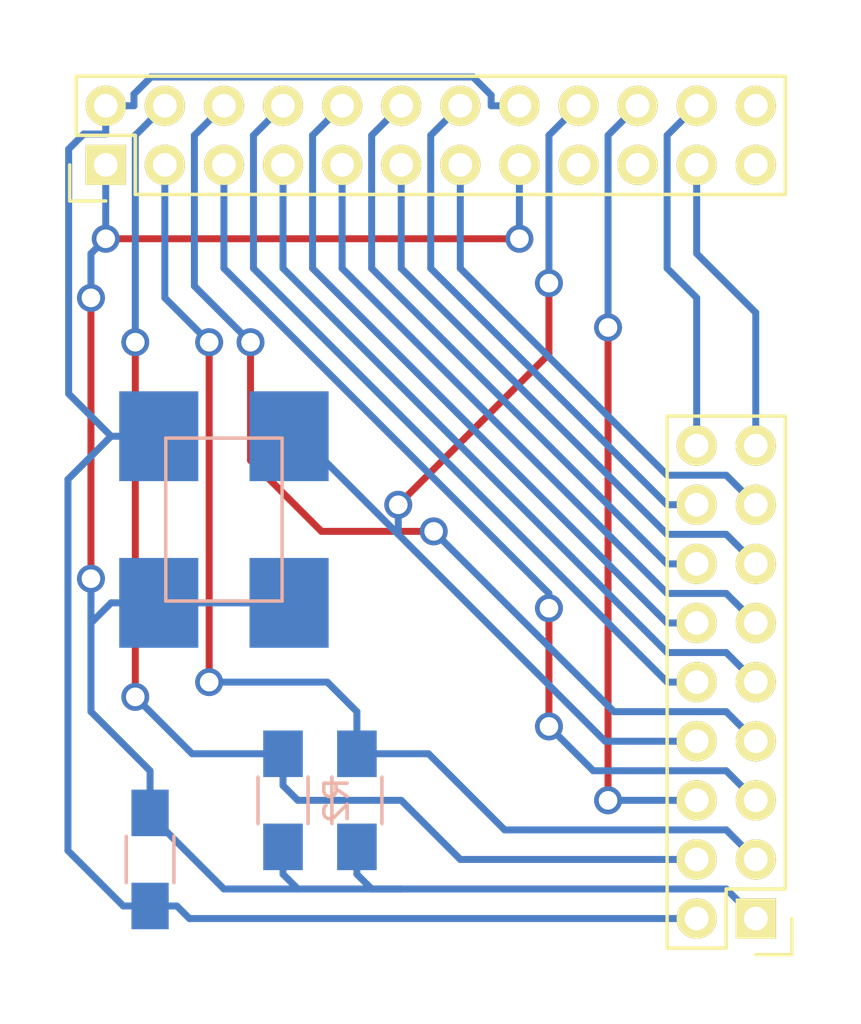
<source format=kicad_pcb>
(kicad_pcb (version 20171130) (host pcbnew "(5.1.12)-1")

  (general
    (thickness 1.6)
    (drawings 4)
    (tracks 156)
    (zones 0)
    (modules 6)
    (nets 23)
  )

  (page A4)
  (layers
    (0 F.Cu signal)
    (31 B.Cu signal)
    (32 B.Adhes user)
    (33 F.Adhes user hide)
    (34 B.Paste user)
    (35 F.Paste user)
    (36 B.SilkS user)
    (37 F.SilkS user)
    (38 B.Mask user)
    (39 F.Mask user)
    (40 Dwgs.User user)
    (41 Cmts.User user)
    (42 Eco1.User user)
    (43 Eco2.User user)
    (44 Edge.Cuts user)
    (45 Margin user)
    (46 B.CrtYd user)
    (47 F.CrtYd user)
    (48 B.Fab user)
    (49 F.Fab user)
  )

  (setup
    (last_trace_width 0.3)
    (trace_clearance 0.2)
    (zone_clearance 0.508)
    (zone_45_only no)
    (trace_min 0.2)
    (via_size 1.2)
    (via_drill 0.8)
    (via_min_size 0.8)
    (via_min_drill 0.7)
    (uvia_size 0.3)
    (uvia_drill 0.1)
    (uvias_allowed no)
    (uvia_min_size 0.2)
    (uvia_min_drill 0.1)
    (edge_width 0.1)
    (segment_width 0.2)
    (pcb_text_width 0.3)
    (pcb_text_size 1.5 1.5)
    (mod_edge_width 0.15)
    (mod_text_size 1 1)
    (mod_text_width 0.15)
    (pad_size 1.5 1.5)
    (pad_drill 0.6)
    (pad_to_mask_clearance 0)
    (aux_axis_origin 0 0)
    (visible_elements 7FFFFFFF)
    (pcbplotparams
      (layerselection 0x00130_80000001)
      (usegerberextensions false)
      (usegerberattributes true)
      (usegerberadvancedattributes true)
      (creategerberjobfile true)
      (excludeedgelayer true)
      (linewidth 0.100000)
      (plotframeref false)
      (viasonmask false)
      (mode 1)
      (useauxorigin false)
      (hpglpennumber 1)
      (hpglpenspeed 20)
      (hpglpendiameter 15.000000)
      (psnegative false)
      (psa4output false)
      (plotreference true)
      (plotvalue true)
      (plotinvisibletext false)
      (padsonsilk false)
      (subtractmaskfromsilk false)
      (outputformat 1)
      (mirror false)
      (drillshape 0)
      (scaleselection 1)
      (outputdirectory "Gerbers/"))
  )

  (net 0 "")
  (net 1 +3V3)
  (net 2 GND)
  (net 3 /SIOC)
  (net 4 /SIOD)
  (net 5 /VSync)
  (net 6 /PCLK)
  (net 7 /D7)
  (net 8 /D6)
  (net 9 /D5)
  (net 10 /D4)
  (net 11 /D3)
  (net 12 /D2)
  (net 13 /D1)
  (net 14 /D0)
  (net 15 "Net-(P1-Pad17)")
  (net 16 /XCLK)
  (net 17 "Net-(P1-Pad19)")
  (net 18 /Href)
  (net 19 /RESET)
  (net 20 /PWDN)
  (net 21 "Net-(P1-Pad23)")
  (net 22 "Net-(P1-Pad24)")

  (net_class Default "This is the default net class."
    (clearance 0.2)
    (trace_width 0.3)
    (via_dia 1.2)
    (via_drill 0.8)
    (uvia_dia 0.3)
    (uvia_drill 0.1)
    (add_net +3V3)
    (add_net /D0)
    (add_net /D1)
    (add_net /D2)
    (add_net /D3)
    (add_net /D4)
    (add_net /D5)
    (add_net /D6)
    (add_net /D7)
    (add_net /Href)
    (add_net /PCLK)
    (add_net /PWDN)
    (add_net /RESET)
    (add_net /SIOC)
    (add_net /SIOD)
    (add_net /VSync)
    (add_net /XCLK)
    (add_net GND)
    (add_net "Net-(P1-Pad17)")
    (add_net "Net-(P1-Pad19)")
    (add_net "Net-(P1-Pad23)")
    (add_net "Net-(P1-Pad24)")
  )

  (module Capacitors_SMD:C_1206_HandSoldering (layer B.Cu) (tedit 55C9E34A) (tstamp 55C9C638)
    (at 83.82 111.125 270)
    (descr "Capacitor SMD 1206, hand soldering")
    (tags "capacitor 1206")
    (path /55C45D20)
    (attr smd)
    (fp_text reference C1 (at 0 2.3 270) (layer B.SilkS) hide
      (effects (font (size 1 1) (thickness 0.15)) (justify mirror))
    )
    (fp_text value 1uF (at 0 -2.3 270) (layer B.Fab)
      (effects (font (size 1 1) (thickness 0.15)) (justify mirror))
    )
    (fp_line (start -1 -1.025) (end 1 -1.025) (layer B.SilkS) (width 0.15))
    (fp_line (start 1 1.025) (end -1 1.025) (layer B.SilkS) (width 0.15))
    (fp_line (start 3.3 1.15) (end 3.3 -1.15) (layer B.CrtYd) (width 0.05))
    (fp_line (start -3.3 1.15) (end -3.3 -1.15) (layer B.CrtYd) (width 0.05))
    (fp_line (start -3.3 -1.15) (end 3.3 -1.15) (layer B.CrtYd) (width 0.05))
    (fp_line (start -3.3 1.15) (end 3.3 1.15) (layer B.CrtYd) (width 0.05))
    (pad 1 smd rect (at -2 0 270) (size 2 1.6) (layers B.Cu B.Paste B.Mask)
      (net 1 +3V3))
    (pad 2 smd rect (at 2 0 270) (size 2 1.6) (layers B.Cu B.Paste B.Mask)
      (net 2 GND))
    (model Capacitors_SMD.3dshapes/C_1206_HandSoldering.wrl
      (at (xyz 0 0 0))
      (scale (xyz 1 1 1))
      (rotate (xyz 0 0 0))
    )
  )

  (module Pin_Headers:Pin_Header_Straight_2x12 (layer F.Cu) (tedit 55C9E33C) (tstamp 55C9C654)
    (at 81.915 81.28 90)
    (descr "Through hole pin header")
    (tags "pin header")
    (path /5583E006)
    (fp_text reference P1 (at 0 -5.1 90) (layer F.SilkS) hide
      (effects (font (size 1 1) (thickness 0.15)))
    )
    (fp_text value CONN_02X12 (at 0 -3.175 90) (layer F.Fab) hide
      (effects (font (size 1 1) (thickness 0.15)))
    )
    (fp_line (start -1.55 -1.55) (end -1.55 0) (layer F.SilkS) (width 0.15))
    (fp_line (start 1.27 1.27) (end -1.27 1.27) (layer F.SilkS) (width 0.15))
    (fp_line (start 1.27 -1.27) (end 1.27 1.27) (layer F.SilkS) (width 0.15))
    (fp_line (start 0 -1.55) (end -1.55 -1.55) (layer F.SilkS) (width 0.15))
    (fp_line (start 3.81 -1.27) (end 1.27 -1.27) (layer F.SilkS) (width 0.15))
    (fp_line (start 3.81 29.21) (end -1.27 29.21) (layer F.SilkS) (width 0.15))
    (fp_line (start -1.27 1.27) (end -1.27 29.21) (layer F.SilkS) (width 0.15))
    (fp_line (start 3.81 29.21) (end 3.81 -1.27) (layer F.SilkS) (width 0.15))
    (fp_line (start -1.75 29.7) (end 4.3 29.7) (layer F.CrtYd) (width 0.05))
    (fp_line (start -1.75 -1.75) (end 4.3 -1.75) (layer F.CrtYd) (width 0.05))
    (fp_line (start 4.3 -1.75) (end 4.3 29.7) (layer F.CrtYd) (width 0.05))
    (fp_line (start -1.75 -1.75) (end -1.75 29.7) (layer F.CrtYd) (width 0.05))
    (pad 1 thru_hole rect (at 0 0 90) (size 1.7272 1.7272) (drill 1.016) (layers *.Cu *.Mask F.SilkS)
      (net 1 +3V3))
    (pad 2 thru_hole oval (at 2.54 0 90) (size 1.7272 1.7272) (drill 1.016) (layers *.Cu *.Mask F.SilkS)
      (net 2 GND))
    (pad 3 thru_hole oval (at 0 2.54 90) (size 1.7272 1.7272) (drill 1.016) (layers *.Cu *.Mask F.SilkS)
      (net 3 /SIOC))
    (pad 4 thru_hole oval (at 2.54 2.54 90) (size 1.7272 1.7272) (drill 1.016) (layers *.Cu *.Mask F.SilkS)
      (net 4 /SIOD))
    (pad 5 thru_hole oval (at 0 5.08 90) (size 1.7272 1.7272) (drill 1.016) (layers *.Cu *.Mask F.SilkS)
      (net 5 /VSync))
    (pad 6 thru_hole oval (at 2.54 5.08 90) (size 1.7272 1.7272) (drill 1.016) (layers *.Cu *.Mask F.SilkS)
      (net 6 /PCLK))
    (pad 7 thru_hole oval (at 0 7.62 90) (size 1.7272 1.7272) (drill 1.016) (layers *.Cu *.Mask F.SilkS)
      (net 7 /D7))
    (pad 8 thru_hole oval (at 2.54 7.62 90) (size 1.7272 1.7272) (drill 1.016) (layers *.Cu *.Mask F.SilkS)
      (net 8 /D6))
    (pad 9 thru_hole oval (at 0 10.16 90) (size 1.7272 1.7272) (drill 1.016) (layers *.Cu *.Mask F.SilkS)
      (net 9 /D5))
    (pad 10 thru_hole oval (at 2.54 10.16 90) (size 1.7272 1.7272) (drill 1.016) (layers *.Cu *.Mask F.SilkS)
      (net 10 /D4))
    (pad 11 thru_hole oval (at 0 12.7 90) (size 1.7272 1.7272) (drill 1.016) (layers *.Cu *.Mask F.SilkS)
      (net 11 /D3))
    (pad 12 thru_hole oval (at 2.54 12.7 90) (size 1.7272 1.7272) (drill 1.016) (layers *.Cu *.Mask F.SilkS)
      (net 12 /D2))
    (pad 13 thru_hole oval (at 0 15.24 90) (size 1.7272 1.7272) (drill 1.016) (layers *.Cu *.Mask F.SilkS)
      (net 13 /D1))
    (pad 14 thru_hole oval (at 2.54 15.24 90) (size 1.7272 1.7272) (drill 1.016) (layers *.Cu *.Mask F.SilkS)
      (net 14 /D0))
    (pad 15 thru_hole oval (at 0 17.78 90) (size 1.7272 1.7272) (drill 1.016) (layers *.Cu *.Mask F.SilkS)
      (net 1 +3V3))
    (pad 16 thru_hole oval (at 2.54 17.78 90) (size 1.7272 1.7272) (drill 1.016) (layers *.Cu *.Mask F.SilkS)
      (net 2 GND))
    (pad 17 thru_hole oval (at 0 20.32 90) (size 1.7272 1.7272) (drill 1.016) (layers *.Cu *.Mask F.SilkS)
      (net 15 "Net-(P1-Pad17)"))
    (pad 18 thru_hole oval (at 2.54 20.32 90) (size 1.7272 1.7272) (drill 1.016) (layers *.Cu *.Mask F.SilkS)
      (net 16 /XCLK))
    (pad 19 thru_hole oval (at 0 22.86 90) (size 1.7272 1.7272) (drill 1.016) (layers *.Cu *.Mask F.SilkS)
      (net 17 "Net-(P1-Pad19)"))
    (pad 20 thru_hole oval (at 2.54 22.86 90) (size 1.7272 1.7272) (drill 1.016) (layers *.Cu *.Mask F.SilkS)
      (net 18 /Href))
    (pad 21 thru_hole oval (at 0 25.4 90) (size 1.7272 1.7272) (drill 1.016) (layers *.Cu *.Mask F.SilkS)
      (net 19 /RESET))
    (pad 22 thru_hole oval (at 2.54 25.4 90) (size 1.7272 1.7272) (drill 1.016) (layers *.Cu *.Mask F.SilkS)
      (net 20 /PWDN))
    (pad 23 thru_hole oval (at 0 27.94 90) (size 1.7272 1.7272) (drill 1.016) (layers *.Cu *.Mask F.SilkS)
      (net 21 "Net-(P1-Pad23)"))
    (pad 24 thru_hole oval (at 2.54 27.94 90) (size 1.7272 1.7272) (drill 1.016) (layers *.Cu *.Mask F.SilkS)
      (net 22 "Net-(P1-Pad24)"))
    (model Pin_Headers.3dshapes/Pin_Header_Straight_2x12.wrl
      (offset (xyz 1.269999980926514 -13.96999979019165 0))
      (scale (xyz 1 1 1))
      (rotate (xyz 0 0 90))
    )
  )

  (module Pin_Headers:Pin_Header_Straight_2x09 (layer F.Cu) (tedit 55C9E343) (tstamp 55C9C66A)
    (at 109.855 113.665 180)
    (descr "Through hole pin header")
    (tags "pin header")
    (path /5583E070)
    (fp_text reference P2 (at 0 -5.1 180) (layer F.SilkS) hide
      (effects (font (size 1 1) (thickness 0.15)))
    )
    (fp_text value CONN_02X09 (at 0 -3.1 180) (layer F.Fab) hide
      (effects (font (size 1 1) (thickness 0.15)))
    )
    (fp_line (start -1.55 -1.55) (end -1.55 0) (layer F.SilkS) (width 0.15))
    (fp_line (start 1.27 1.27) (end -1.27 1.27) (layer F.SilkS) (width 0.15))
    (fp_line (start 1.27 -1.27) (end 1.27 1.27) (layer F.SilkS) (width 0.15))
    (fp_line (start 0 -1.55) (end -1.55 -1.55) (layer F.SilkS) (width 0.15))
    (fp_line (start 3.81 -1.27) (end 1.27 -1.27) (layer F.SilkS) (width 0.15))
    (fp_line (start 3.81 21.59) (end -1.27 21.59) (layer F.SilkS) (width 0.15))
    (fp_line (start -1.27 1.27) (end -1.27 21.59) (layer F.SilkS) (width 0.15))
    (fp_line (start 3.81 21.59) (end 3.81 -1.27) (layer F.SilkS) (width 0.15))
    (fp_line (start -1.75 22.1) (end 4.3 22.1) (layer F.CrtYd) (width 0.05))
    (fp_line (start -1.75 -1.75) (end 4.3 -1.75) (layer F.CrtYd) (width 0.05))
    (fp_line (start 4.3 -1.75) (end 4.3 22.1) (layer F.CrtYd) (width 0.05))
    (fp_line (start -1.75 -1.75) (end -1.75 22.1) (layer F.CrtYd) (width 0.05))
    (pad 1 thru_hole rect (at 0 0 180) (size 1.7272 1.7272) (drill 1.016) (layers *.Cu *.Mask F.SilkS)
      (net 1 +3V3))
    (pad 2 thru_hole oval (at 2.54 0 180) (size 1.7272 1.7272) (drill 1.016) (layers *.Cu *.Mask F.SilkS)
      (net 2 GND))
    (pad 3 thru_hole oval (at 0 2.54 180) (size 1.7272 1.7272) (drill 1.016) (layers *.Cu *.Mask F.SilkS)
      (net 3 /SIOC))
    (pad 4 thru_hole oval (at 2.54 2.54 180) (size 1.7272 1.7272) (drill 1.016) (layers *.Cu *.Mask F.SilkS)
      (net 4 /SIOD))
    (pad 5 thru_hole oval (at 0 5.08 180) (size 1.7272 1.7272) (drill 1.016) (layers *.Cu *.Mask F.SilkS)
      (net 5 /VSync))
    (pad 6 thru_hole oval (at 2.54 5.08 180) (size 1.7272 1.7272) (drill 1.016) (layers *.Cu *.Mask F.SilkS)
      (net 18 /Href))
    (pad 7 thru_hole oval (at 0 7.62 180) (size 1.7272 1.7272) (drill 1.016) (layers *.Cu *.Mask F.SilkS)
      (net 6 /PCLK))
    (pad 8 thru_hole oval (at 2.54 7.62 180) (size 1.7272 1.7272) (drill 1.016) (layers *.Cu *.Mask F.SilkS)
      (net 16 /XCLK))
    (pad 9 thru_hole oval (at 0 10.16 180) (size 1.7272 1.7272) (drill 1.016) (layers *.Cu *.Mask F.SilkS)
      (net 7 /D7))
    (pad 10 thru_hole oval (at 2.54 10.16 180) (size 1.7272 1.7272) (drill 1.016) (layers *.Cu *.Mask F.SilkS)
      (net 8 /D6))
    (pad 11 thru_hole oval (at 0 12.7 180) (size 1.7272 1.7272) (drill 1.016) (layers *.Cu *.Mask F.SilkS)
      (net 9 /D5))
    (pad 12 thru_hole oval (at 2.54 12.7 180) (size 1.7272 1.7272) (drill 1.016) (layers *.Cu *.Mask F.SilkS)
      (net 10 /D4))
    (pad 13 thru_hole oval (at 0 15.24 180) (size 1.7272 1.7272) (drill 1.016) (layers *.Cu *.Mask F.SilkS)
      (net 11 /D3))
    (pad 14 thru_hole oval (at 2.54 15.24 180) (size 1.7272 1.7272) (drill 1.016) (layers *.Cu *.Mask F.SilkS)
      (net 12 /D2))
    (pad 15 thru_hole oval (at 0 17.78 180) (size 1.7272 1.7272) (drill 1.016) (layers *.Cu *.Mask F.SilkS)
      (net 13 /D1))
    (pad 16 thru_hole oval (at 2.54 17.78 180) (size 1.7272 1.7272) (drill 1.016) (layers *.Cu *.Mask F.SilkS)
      (net 14 /D0))
    (pad 17 thru_hole oval (at 0 20.32 180) (size 1.7272 1.7272) (drill 1.016) (layers *.Cu *.Mask F.SilkS)
      (net 19 /RESET))
    (pad 18 thru_hole oval (at 2.54 20.32 180) (size 1.7272 1.7272) (drill 1.016) (layers *.Cu *.Mask F.SilkS)
      (net 20 /PWDN))
    (model Pin_Headers.3dshapes/Pin_Header_Straight_2x09.wrl
      (offset (xyz 1.269999980926514 -10.15999984741211 0))
      (scale (xyz 1 1 1))
      (rotate (xyz 0 0 90))
    )
  )

  (module Resistors_SMD:R_1206_HandSoldering (layer B.Cu) (tedit 55C9E345) (tstamp 55C9C670)
    (at 92.71 108.585 90)
    (descr "Resistor SMD 1206, hand soldering")
    (tags "resistor 1206")
    (path /55C45043)
    (attr smd)
    (fp_text reference R1 (at 0 2.3 90) (layer B.SilkS) hide
      (effects (font (size 1 1) (thickness 0.15)) (justify mirror))
    )
    (fp_text value 4.7k (at 0 -2.3 90) (layer B.Fab)
      (effects (font (size 1 1) (thickness 0.15)) (justify mirror))
    )
    (fp_line (start -1 1.075) (end 1 1.075) (layer B.SilkS) (width 0.15))
    (fp_line (start 1 -1.075) (end -1 -1.075) (layer B.SilkS) (width 0.15))
    (fp_line (start 3.3 1.2) (end 3.3 -1.2) (layer B.CrtYd) (width 0.05))
    (fp_line (start -3.3 1.2) (end -3.3 -1.2) (layer B.CrtYd) (width 0.05))
    (fp_line (start -3.3 -1.2) (end 3.3 -1.2) (layer B.CrtYd) (width 0.05))
    (fp_line (start -3.3 1.2) (end 3.3 1.2) (layer B.CrtYd) (width 0.05))
    (pad 1 smd rect (at -2 0 90) (size 2 1.7) (layers B.Cu B.Paste B.Mask)
      (net 1 +3V3))
    (pad 2 smd rect (at 2 0 90) (size 2 1.7) (layers B.Cu B.Paste B.Mask)
      (net 3 /SIOC))
    (model Resistors_SMD.3dshapes/R_1206_HandSoldering.wrl
      (at (xyz 0 0 0))
      (scale (xyz 1 1 1))
      (rotate (xyz 0 0 0))
    )
  )

  (module Resistors_SMD:R_1206_HandSoldering (layer B.Cu) (tedit 5418A20D) (tstamp 55C9C676)
    (at 89.535 108.585 90)
    (descr "Resistor SMD 1206, hand soldering")
    (tags "resistor 1206")
    (path /55C450E0)
    (attr smd)
    (fp_text reference R2 (at 0 2.3 90) (layer B.SilkS)
      (effects (font (size 1 1) (thickness 0.15)) (justify mirror))
    )
    (fp_text value 4.7k (at 0 -2.3 90) (layer B.Fab)
      (effects (font (size 1 1) (thickness 0.15)) (justify mirror))
    )
    (fp_line (start -1 1.075) (end 1 1.075) (layer B.SilkS) (width 0.15))
    (fp_line (start 1 -1.075) (end -1 -1.075) (layer B.SilkS) (width 0.15))
    (fp_line (start 3.3 1.2) (end 3.3 -1.2) (layer B.CrtYd) (width 0.05))
    (fp_line (start -3.3 1.2) (end -3.3 -1.2) (layer B.CrtYd) (width 0.05))
    (fp_line (start -3.3 -1.2) (end 3.3 -1.2) (layer B.CrtYd) (width 0.05))
    (fp_line (start -3.3 1.2) (end 3.3 1.2) (layer B.CrtYd) (width 0.05))
    (pad 1 smd rect (at -2 0 90) (size 2 1.7) (layers B.Cu B.Paste B.Mask)
      (net 1 +3V3))
    (pad 2 smd rect (at 2 0 90) (size 2 1.7) (layers B.Cu B.Paste B.Mask)
      (net 4 /SIOD))
    (model Resistors_SMD.3dshapes/R_1206_HandSoldering.wrl
      (at (xyz 0 0 0))
      (scale (xyz 1 1 1))
      (rotate (xyz 0 0 0))
    )
  )

  (module oscillator:oscillator (layer B.Cu) (tedit 55C9E34E) (tstamp 55C9C67E)
    (at 86.995 96.52 90)
    (path /55C47029)
    (fp_text reference U1 (at 0.508 5.08 90) (layer B.SilkS) hide
      (effects (font (size 1 1) (thickness 0.15)) (justify mirror))
    )
    (fp_text value Oscillator (at -0.0508 3.7084 90) (layer B.Fab)
      (effects (font (size 1 1) (thickness 0.15)) (justify mirror))
    )
    (fp_line (start -3.5 -2.5) (end -3.5 2.5) (layer B.SilkS) (width 0.15))
    (fp_line (start 3.5 -2.5) (end -3.5 -2.5) (layer B.SilkS) (width 0.15))
    (fp_line (start 3.5 2.5) (end 3.5 -2.5) (layer B.SilkS) (width 0.15))
    (fp_line (start -3.5 2.5) (end 3.5 2.5) (layer B.SilkS) (width 0.15))
    (pad 1 smd rect (at -3.58 -2.8 90) (size 3.86 3.4) (layers B.Cu B.Paste B.Mask)
      (net 1 +3V3))
    (pad 2 smd rect (at 3.58 -2.8 90) (size 3.86 3.4) (layers B.Cu B.Paste B.Mask)
      (net 2 GND))
    (pad 3 smd rect (at 3.58 2.8 90) (size 3.86 3.4) (layers B.Cu B.Paste B.Mask)
      (net 16 /XCLK))
    (pad 4 smd rect (at -3.58 2.8 90) (size 3.86 3.4) (layers B.Cu B.Paste B.Mask)
      (net 1 +3V3))
  )

  (gr_line (start 77.47 118.11) (end 77.47 74.295) (angle 90) (layer Dwgs.User) (width 0.2))
  (gr_line (start 114.3 118.11) (end 77.47 118.11) (angle 90) (layer Dwgs.User) (width 0.2))
  (gr_line (start 114.3 74.295) (end 114.3 118.11) (angle 90) (layer Dwgs.User) (width 0.2))
  (gr_line (start 77.47 74.295) (end 114.3 74.295) (angle 90) (layer Dwgs.User) (width 0.2))

  (segment (start 87.63 100.1) (end 87.86 100.1) (width 0.3) (layer B.Cu) (net 1))
  (segment (start 84.195 100.1) (end 87.63 100.1) (width 0.3) (layer B.Cu) (net 1))
  (segment (start 87.86 100.1) (end 89.795 100.1) (width 0.3) (layer B.Cu) (net 1))
  (segment (start 87.63 100.1) (end 87.86 100.1) (width 0.3) (layer B.Cu) (net 1))
  (segment (start 94.615 112.395) (end 93.345 112.395) (width 0.3) (layer B.Cu) (net 1))
  (segment (start 109.855 113.665) (end 108.585 112.395) (width 0.3) (layer B.Cu) (net 1))
  (segment (start 108.585 112.395) (end 94.615 112.395) (width 0.3) (layer B.Cu) (net 1))
  (segment (start 93.345 112.395) (end 90.17 112.395) (width 0.3) (layer B.Cu) (net 1))
  (segment (start 83.82 109.125) (end 83.82 107.315) (width 0.3) (layer B.Cu) (net 1))
  (segment (start 83.82 107.315) (end 81.28 104.775) (width 0.3) (layer B.Cu) (net 1))
  (segment (start 81.28 104.775) (end 81.28 100.965) (width 0.3) (layer B.Cu) (net 1))
  (segment (start 81.28 99.06) (end 81.28 86.995) (width 0.3) (layer F.Cu) (net 1))
  (segment (start 81.28 86.995) (end 81.28 85.09) (width 0.3) (layer B.Cu) (net 1))
  (segment (start 81.28 85.09) (end 81.915 84.455) (width 0.3) (layer B.Cu) (net 1))
  (segment (start 81.28 100.965) (end 81.28 99.06) (width 0.3) (layer B.Cu) (net 1))
  (segment (start 99.695 84.455) (end 99.695 81.28) (width 0.3) (layer B.Cu) (net 1))
  (segment (start 81.915 84.455) (end 99.695 84.455) (width 0.3) (layer F.Cu) (net 1))
  (segment (start 83.965 100.33) (end 84.195 100.1) (width 0.25) (layer B.Cu) (net 1))
  (segment (start 81.915 84.455) (end 81.915 81.28) (width 0.3) (layer B.Cu) (net 1))
  (segment (start 93.345 112.395) (end 92.71 111.76) (width 0.3) (layer B.Cu) (net 1))
  (segment (start 92.71 111.76) (end 92.71 110.585) (width 0.3) (layer B.Cu) (net 1))
  (segment (start 94.615 112.395) (end 93.345 112.395) (width 0.3) (layer B.Cu) (net 1))
  (segment (start 90.17 112.395) (end 89.535 111.76) (width 0.3) (layer B.Cu) (net 1))
  (segment (start 89.535 111.76) (end 89.535 110.585) (width 0.3) (layer B.Cu) (net 1))
  (segment (start 81.28 100.965) (end 82.145 100.1) (width 0.3) (layer B.Cu) (net 1))
  (segment (start 82.145 100.1) (end 84.195 100.1) (width 0.3) (layer B.Cu) (net 1))
  (segment (start 88.265 99.695) (end 89.795 100.1) (width 0.3) (layer B.Cu) (net 1))
  (segment (start 90.17 112.395) (end 86.995 112.395) (width 0.3) (layer B.Cu) (net 1))
  (segment (start 86.995 112.395) (end 83.82 109.22) (width 0.3) (layer B.Cu) (net 1))
  (segment (start 83.82 109.22) (end 83.82 109.125) (width 0.3) (layer B.Cu) (net 1))
  (via (at 81.28 99.06) (size 1.2) (layers F.Cu B.Cu) (net 1))
  (via (at 81.28 86.995) (size 1.2) (layers F.Cu B.Cu) (net 1))
  (via (at 81.915 84.455) (size 1.2) (layers F.Cu B.Cu) (net 1))
  (via (at 99.695 84.455) (size 1.2) (layers F.Cu B.Cu) (net 1))
  (segment (start 82.1449 92.94) (end 80.3207 91.1158) (width 0.3) (layer B.Cu) (net 2))
  (segment (start 80.3207 91.1158) (end 80.3207 80.6008) (width 0.3) (layer B.Cu) (net 2))
  (segment (start 80.3207 80.6008) (end 80.9678 79.9537) (width 0.3) (layer B.Cu) (net 2))
  (segment (start 80.9678 79.9537) (end 81.915 79.9537) (width 0.3) (layer B.Cu) (net 2))
  (segment (start 82.1449 92.94) (end 80.2907 94.7942) (width 0.3) (layer B.Cu) (net 2))
  (segment (start 80.2907 94.7942) (end 80.2907 110.7458) (width 0.3) (layer B.Cu) (net 2))
  (segment (start 80.2907 110.7458) (end 82.6699 113.125) (width 0.3) (layer B.Cu) (net 2))
  (segment (start 83.82 113.125) (end 82.6699 113.125) (width 0.3) (layer B.Cu) (net 2))
  (segment (start 81.915 78.74) (end 83.1287 78.74) (width 0.3) (layer B.Cu) (net 2))
  (segment (start 99.695 78.74) (end 98.4813 78.74) (width 0.3) (layer B.Cu) (net 2))
  (segment (start 98.4813 78.74) (end 98.4813 78.2849) (width 0.3) (layer B.Cu) (net 2))
  (segment (start 98.4813 78.2849) (end 97.7009 77.5045) (width 0.3) (layer B.Cu) (net 2))
  (segment (start 97.7009 77.5045) (end 83.8613 77.5045) (width 0.3) (layer B.Cu) (net 2))
  (segment (start 83.8613 77.5045) (end 83.1287 78.2371) (width 0.3) (layer B.Cu) (net 2))
  (segment (start 83.1287 78.2371) (end 83.1287 78.74) (width 0.3) (layer B.Cu) (net 2))
  (segment (start 83.82 113.125) (end 84.9701 113.125) (width 0.3) (layer B.Cu) (net 2))
  (segment (start 107.315 113.665) (end 85.5101 113.665) (width 0.3) (layer B.Cu) (net 2))
  (segment (start 85.5101 113.665) (end 84.9701 113.125) (width 0.3) (layer B.Cu) (net 2))
  (segment (start 81.915 78.74) (end 81.915 79.9537) (width 0.3) (layer B.Cu) (net 2))
  (segment (start 84.195 92.94) (end 82.1449 92.94) (width 0.3) (layer B.Cu) (net 2))
  (segment (start 86.36 103.505) (end 91.44 103.505) (width 0.3) (layer B.Cu) (net 3))
  (segment (start 91.44 103.505) (end 92.71 104.775) (width 0.3) (layer B.Cu) (net 3))
  (segment (start 92.71 104.775) (end 92.71 106.585) (width 0.3) (layer B.Cu) (net 3))
  (segment (start 84.455 81.28) (end 84.455 86.995) (width 0.3) (layer B.Cu) (net 3))
  (segment (start 84.455 86.995) (end 86.36 88.9) (width 0.3) (layer B.Cu) (net 3))
  (segment (start 86.36 88.9) (end 86.36 103.505) (width 0.3) (layer F.Cu) (net 3))
  (segment (start 109.855 111.125) (end 108.585 109.855) (width 0.3) (layer B.Cu) (net 3))
  (segment (start 108.585 109.855) (end 99.06 109.855) (width 0.3) (layer B.Cu) (net 3))
  (segment (start 99.06 109.855) (end 95.79 106.585) (width 0.3) (layer B.Cu) (net 3))
  (segment (start 95.79 106.585) (end 92.71 106.585) (width 0.3) (layer B.Cu) (net 3))
  (via (at 86.36 103.505) (size 1.2) (layers F.Cu B.Cu) (net 3))
  (via (at 86.36 88.9) (size 1.2) (layers F.Cu B.Cu) (net 3))
  (segment (start 89.535 106.585) (end 85.63 106.585) (width 0.3) (layer B.Cu) (net 4))
  (segment (start 85.63 106.585) (end 83.185 104.14) (width 0.3) (layer B.Cu) (net 4))
  (segment (start 83.185 104.14) (end 83.185 88.9) (width 0.3) (layer F.Cu) (net 4))
  (segment (start 84.455 78.74) (end 83.185 80.01) (width 0.3) (layer B.Cu) (net 4))
  (segment (start 83.185 80.01) (end 83.185 88.9) (width 0.3) (layer B.Cu) (net 4))
  (segment (start 107.315 111.125) (end 97.155 111.125) (width 0.3) (layer B.Cu) (net 4))
  (segment (start 97.155 111.125) (end 94.615 108.585) (width 0.3) (layer B.Cu) (net 4))
  (segment (start 94.615 108.585) (end 90.17 108.585) (width 0.3) (layer B.Cu) (net 4))
  (segment (start 90.17 108.585) (end 89.535 107.95) (width 0.3) (layer B.Cu) (net 4))
  (segment (start 89.535 107.95) (end 89.535 106.585) (width 0.3) (layer B.Cu) (net 4))
  (via (at 83.185 104.14) (size 1.2) (layers F.Cu B.Cu) (net 4))
  (via (at 83.185 88.9) (size 1.2) (layers F.Cu B.Cu) (net 4))
  (segment (start 109.855 108.585) (end 108.585 107.315) (width 0.3) (layer B.Cu) (net 5))
  (segment (start 108.585 107.315) (end 102.87 107.315) (width 0.3) (layer B.Cu) (net 5))
  (segment (start 102.87 107.315) (end 100.965 105.41) (width 0.3) (layer B.Cu) (net 5))
  (segment (start 86.995 81.28) (end 86.995 85.725) (width 0.3) (layer B.Cu) (net 5))
  (segment (start 86.995 85.725) (end 100.965 99.695) (width 0.3) (layer B.Cu) (net 5))
  (segment (start 100.965 99.695) (end 100.965 100.33) (width 0.3) (layer B.Cu) (net 5))
  (segment (start 100.965 100.33) (end 100.965 105.41) (width 0.3) (layer F.Cu) (net 5))
  (via (at 100.965 105.41) (size 1.2) (layers F.Cu B.Cu) (net 5))
  (via (at 100.965 100.33) (size 1.2) (layers F.Cu B.Cu) (net 5))
  (segment (start 109.855 106.045) (end 108.585 104.775) (width 0.3) (layer B.Cu) (net 6))
  (segment (start 108.585 104.775) (end 103.759 104.775) (width 0.3) (layer B.Cu) (net 6))
  (segment (start 103.759 104.775) (end 96.012 97.028) (width 0.3) (layer B.Cu) (net 6))
  (segment (start 96.012 97.028) (end 91.186 97.028) (width 0.3) (layer F.Cu) (net 6))
  (segment (start 91.186 97.028) (end 88.138 93.98) (width 0.3) (layer F.Cu) (net 6))
  (segment (start 88.138 93.98) (end 88.138 88.9) (width 0.3) (layer F.Cu) (net 6))
  (segment (start 88.138 88.9) (end 85.725 86.487) (width 0.3) (layer B.Cu) (net 6))
  (segment (start 85.725 86.487) (end 85.725 80.01) (width 0.3) (layer B.Cu) (net 6))
  (segment (start 85.725 80.01) (end 86.995 78.74) (width 0.3) (layer B.Cu) (net 6))
  (via (at 96.012 97.028) (size 1.2) (layers F.Cu B.Cu) (net 6))
  (via (at 88.138 88.9) (size 1.2) (layers F.Cu B.Cu) (net 6))
  (segment (start 89.535 81.28) (end 89.535 85.725) (width 0.3) (layer B.Cu) (net 7))
  (segment (start 89.535 85.725) (end 106.045 102.235) (width 0.3) (layer B.Cu) (net 7))
  (segment (start 106.045 102.235) (end 108.585 102.235) (width 0.3) (layer B.Cu) (net 7))
  (segment (start 108.585 102.235) (end 109.855 103.505) (width 0.3) (layer B.Cu) (net 7))
  (segment (start 107.315 103.505) (end 106.045 103.505) (width 0.3) (layer B.Cu) (net 8))
  (segment (start 106.045 103.505) (end 88.265 85.725) (width 0.3) (layer B.Cu) (net 8))
  (segment (start 88.265 85.725) (end 88.265 80.01) (width 0.3) (layer B.Cu) (net 8))
  (segment (start 88.265 80.01) (end 89.535 78.74) (width 0.3) (layer B.Cu) (net 8))
  (segment (start 92.075 81.28) (end 92.075 85.725) (width 0.3) (layer B.Cu) (net 9))
  (segment (start 92.075 85.725) (end 106.045 99.695) (width 0.3) (layer B.Cu) (net 9))
  (segment (start 106.045 99.695) (end 108.585 99.695) (width 0.3) (layer B.Cu) (net 9))
  (segment (start 108.585 99.695) (end 109.855 100.965) (width 0.3) (layer B.Cu) (net 9))
  (segment (start 107.315 100.965) (end 106.045 100.965) (width 0.3) (layer B.Cu) (net 10))
  (segment (start 106.045 100.965) (end 90.805 85.725) (width 0.3) (layer B.Cu) (net 10))
  (segment (start 90.805 85.725) (end 90.805 80.01) (width 0.3) (layer B.Cu) (net 10))
  (segment (start 90.805 80.01) (end 92.075 78.74) (width 0.3) (layer B.Cu) (net 10))
  (segment (start 94.615 81.28) (end 94.615 85.725) (width 0.3) (layer B.Cu) (net 11))
  (segment (start 94.615 85.725) (end 106.045 97.155) (width 0.3) (layer B.Cu) (net 11))
  (segment (start 106.045 97.155) (end 108.585 97.155) (width 0.3) (layer B.Cu) (net 11))
  (segment (start 108.585 97.155) (end 109.855 98.425) (width 0.3) (layer B.Cu) (net 11))
  (segment (start 107.315 98.425) (end 106.045 98.425) (width 0.3) (layer B.Cu) (net 12))
  (segment (start 106.045 98.425) (end 93.345 85.725) (width 0.3) (layer B.Cu) (net 12))
  (segment (start 93.345 85.725) (end 93.345 80.01) (width 0.3) (layer B.Cu) (net 12))
  (segment (start 93.345 80.01) (end 94.615 78.74) (width 0.3) (layer B.Cu) (net 12))
  (segment (start 97.155 81.28) (end 97.155 85.725) (width 0.3) (layer B.Cu) (net 13))
  (segment (start 97.155 85.725) (end 106.045 94.615) (width 0.3) (layer B.Cu) (net 13))
  (segment (start 106.045 94.615) (end 108.585 94.615) (width 0.3) (layer B.Cu) (net 13))
  (segment (start 108.585 94.615) (end 109.855 95.885) (width 0.3) (layer B.Cu) (net 13))
  (segment (start 107.315 95.885) (end 106.68 95.885) (width 0.3) (layer B.Cu) (net 14))
  (segment (start 107.315 95.885) (end 106.68 95.885) (width 0.25) (layer B.Cu) (net 14))
  (segment (start 106.68 95.885) (end 106.045 95.885) (width 0.3) (layer B.Cu) (net 14))
  (segment (start 106.045 95.885) (end 95.885 85.725) (width 0.3) (layer B.Cu) (net 14))
  (segment (start 95.885 85.725) (end 95.885 80.01) (width 0.3) (layer B.Cu) (net 14))
  (segment (start 95.885 80.01) (end 97.155 78.74) (width 0.3) (layer B.Cu) (net 14))
  (segment (start 94.488 97.155) (end 90.273 92.94) (width 0.3) (layer B.Cu) (net 16))
  (segment (start 90.273 92.94) (end 89.795 92.94) (width 0.3) (layer B.Cu) (net 16))
  (segment (start 107.315 106.045) (end 103.378 106.045) (width 0.3) (layer B.Cu) (net 16))
  (segment (start 103.378 106.045) (end 94.488 97.155) (width 0.3) (layer B.Cu) (net 16))
  (segment (start 94.488 95.885) (end 100.965 89.408) (width 0.3) (layer F.Cu) (net 16))
  (segment (start 100.965 89.408) (end 100.965 86.36) (width 0.3) (layer F.Cu) (net 16))
  (segment (start 100.965 86.36) (end 100.965 80.01) (width 0.3) (layer B.Cu) (net 16))
  (segment (start 100.965 80.01) (end 102.235 78.74) (width 0.3) (layer B.Cu) (net 16))
  (segment (start 94.488 97.155) (end 94.488 95.885) (width 0.3) (layer B.Cu) (net 16))
  (via (at 94.488 95.885) (size 1.2) (layers F.Cu B.Cu) (net 16))
  (via (at 100.965 86.36) (size 1.2) (layers F.Cu B.Cu) (net 16))
  (segment (start 103.505 108.585) (end 103.505 88.265) (width 0.3) (layer F.Cu) (net 18))
  (segment (start 104.775 78.74) (end 103.505 80.01) (width 0.3) (layer B.Cu) (net 18))
  (segment (start 103.505 80.01) (end 103.505 88.265) (width 0.3) (layer B.Cu) (net 18))
  (segment (start 103.505 108.585) (end 107.315 108.585) (width 0.3) (layer B.Cu) (net 18))
  (via (at 103.505 108.585) (size 1.2) (layers F.Cu B.Cu) (net 18))
  (via (at 103.505 88.265) (size 1.2) (layers F.Cu B.Cu) (net 18))
  (segment (start 109.855 93.345) (end 109.855 87.63) (width 0.3) (layer B.Cu) (net 19))
  (segment (start 109.855 87.63) (end 107.315 85.09) (width 0.3) (layer B.Cu) (net 19))
  (segment (start 107.315 85.09) (end 107.315 81.28) (width 0.3) (layer B.Cu) (net 19))
  (segment (start 107.315 93.345) (end 107.315 86.995) (width 0.3) (layer B.Cu) (net 20))
  (segment (start 107.315 86.995) (end 106.045 85.725) (width 0.3) (layer B.Cu) (net 20))
  (segment (start 106.045 85.725) (end 106.045 80.01) (width 0.3) (layer B.Cu) (net 20))
  (segment (start 106.045 80.01) (end 107.315 78.74) (width 0.3) (layer B.Cu) (net 20))

)

</source>
